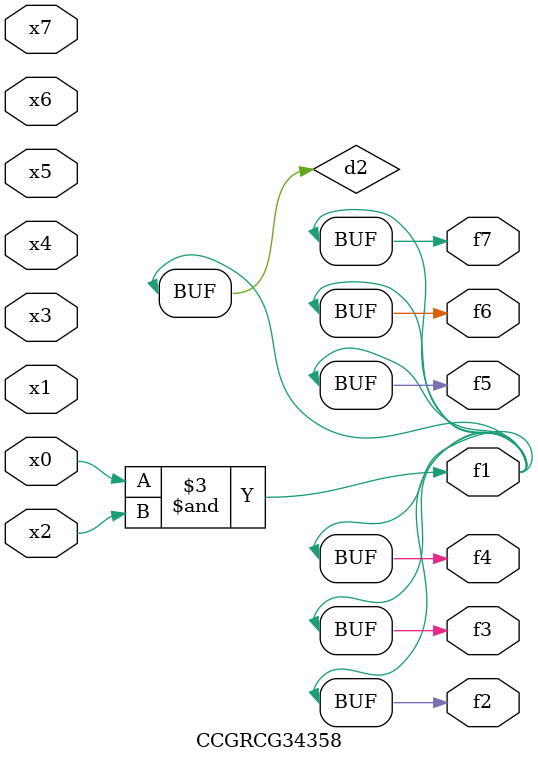
<source format=v>
module CCGRCG34358(
	input x0, x1, x2, x3, x4, x5, x6, x7,
	output f1, f2, f3, f4, f5, f6, f7
);

	wire d1, d2;

	nor (d1, x3, x6);
	and (d2, x0, x2);
	assign f1 = d2;
	assign f2 = d2;
	assign f3 = d2;
	assign f4 = d2;
	assign f5 = d2;
	assign f6 = d2;
	assign f7 = d2;
endmodule

</source>
